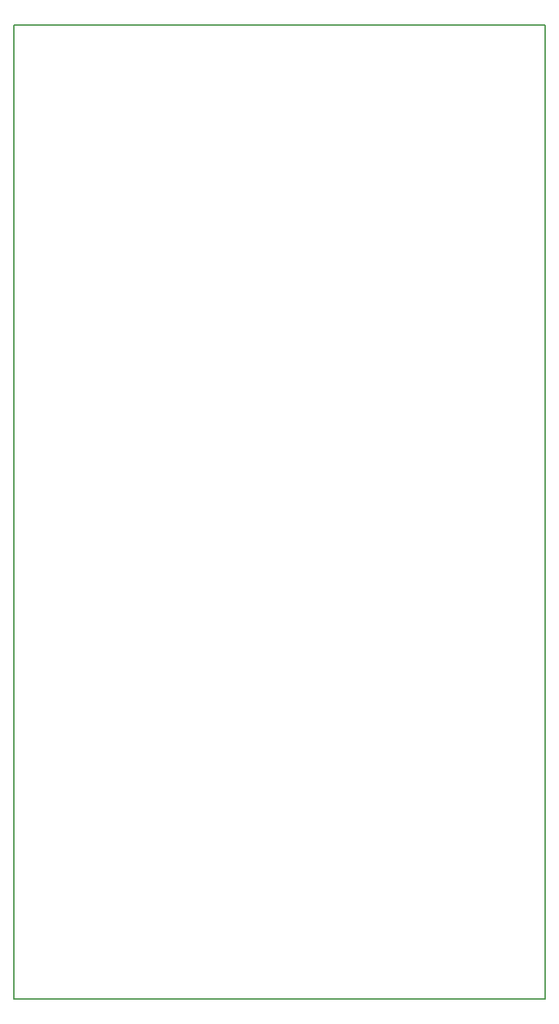
<source format=gbo>
G04 MADE WITH FRITZING*
G04 WWW.FRITZING.ORG*
G04 DOUBLE SIDED*
G04 HOLES PLATED*
G04 CONTOUR ON CENTER OF CONTOUR VECTOR*
%ASAXBY*%
%FSLAX23Y23*%
%MOIN*%
%OFA0B0*%
%SFA1.0B1.0*%
%ADD10R,2.556720X4.676670X2.540720X4.660670*%
%ADD11C,0.008000*%
%LNSILK0*%
G90*
G70*
G54D11*
X4Y4673D02*
X2553Y4673D01*
X2553Y4D01*
X4Y4D01*
X4Y4673D01*
D02*
G04 End of Silk0*
M02*
</source>
